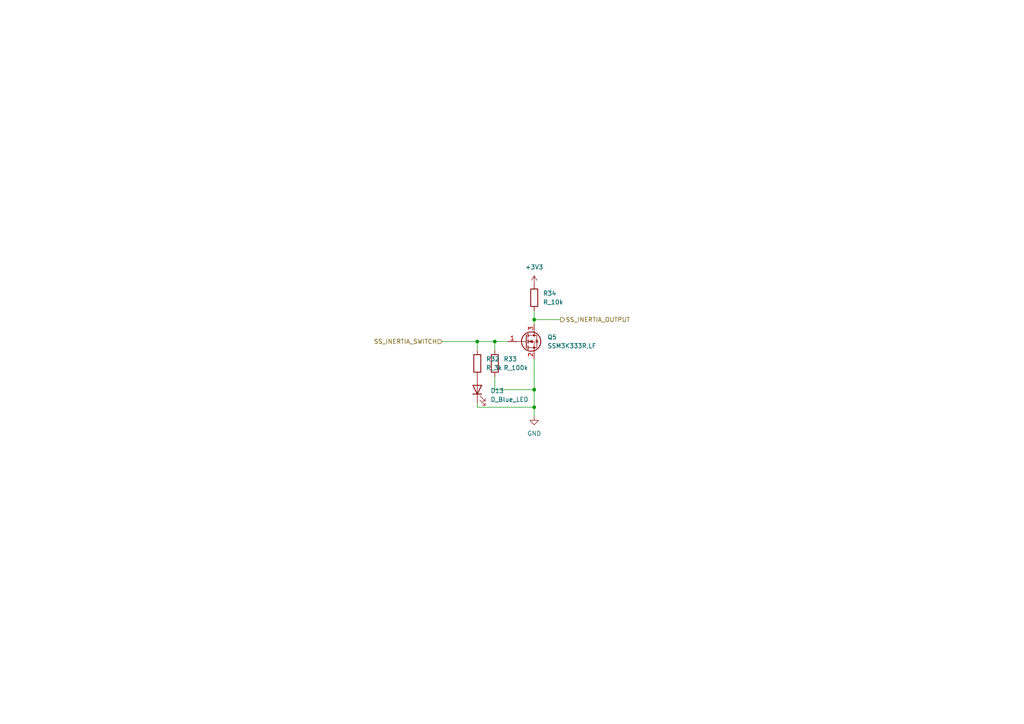
<source format=kicad_sch>
(kicad_sch (version 20250114) (generator "eeschema") (generator_version "9.0")
  (paper "A4")
  (lib_symbols
    (symbol "OEM:D_LED_Blue_0805" (pin_numbers (hide yes)) (pin_names (offset 1.016) (hide yes))
      (property "Reference" "D" (at 0 2.54 0))
      (property "Value" "D_Blue_LED" (at 0 -2.54 0))
      (symbol "D_LED_Blue_0805_0_1"
        (polyline (pts (xy -3.048 -0.762) (xy -4.572 -2.286) (xy -3.81 -2.286) (xy -4.572 -2.286) (xy -4.572 -1.524)))
        (polyline (pts (xy -1.778 -0.762) (xy -3.302 -2.286) (xy -2.54 -2.286) (xy -3.302 -2.286) (xy -3.302 -1.524)))
        (polyline (pts (xy -1.27 0) (xy 1.27 0)))
        (polyline (pts (xy -1.27 -1.27) (xy -1.27 1.27)) (stroke (width 0.254)))
        (polyline (pts (xy 1.27 -1.27) (xy 1.27 1.27) (xy -1.27 0) (xy 1.27 -1.27)) (stroke (width 0.254)))
      )
      (symbol "D_LED_Blue_0805_1_1"
        (pin passive line (at -3.81 0 0) (length 2.54) (name "K") (number "1"))
        (pin passive line (at 3.81 0 180) (length 2.54) (name "A") (number "2"))
      )
    )
    (symbol "OEM:Q_NMOS_30V_6A_SOT-23F" (pin_names (offset 0) (hide yes))
      (property "Reference" "Q" (at 5.08 1.905 0))
      (property "Value" "SSM3K333R,LF" (at 5.08 0 0))
      (symbol "Q_NMOS_30V_6A_SOT-23F_0_1"
        (polyline (pts (xy 0.254 1.905) (xy 0.254 -1.905)) (stroke (width 0.254)))
        (polyline (pts (xy 0.254 0) (xy -2.54 0)))
        (polyline (pts (xy 0.762 2.286) (xy 0.762 1.27)) (stroke (width 0.254)))
        (polyline (pts (xy 0.762 0.508) (xy 0.762 -0.508)) (stroke (width 0.254)))
        (polyline (pts (xy 0.762 -1.27) (xy 0.762 -2.286)) (stroke (width 0.254)))
        (polyline (pts (xy 0.762 -1.778) (xy 3.302 -1.778) (xy 3.302 1.778) (xy 0.762 1.778)))
        (polyline (pts (xy 1.016 0) (xy 2.032 0.381) (xy 2.032 -0.381) (xy 1.016 0)) (fill (type outline)))
        (circle (center 1.651 0) (radius 2.794) (stroke (width 0.254)))
        (polyline (pts (xy 2.54 2.54) (xy 2.54 1.778)))
        (circle (center 2.54 1.778) (radius 0.254) (fill (type outline)))
        (circle (center 2.54 -1.778) (radius 0.254) (fill (type outline)))
        (polyline (pts (xy 2.54 -2.54) (xy 2.54 0) (xy 0.762 0)))
        (polyline (pts (xy 2.921 0.381) (xy 3.683 0.381)))
        (polyline (pts (xy 3.302 0.381) (xy 2.921 -0.254) (xy 3.683 -0.254) (xy 3.302 0.381)))
      )
      (symbol "Q_NMOS_30V_6A_SOT-23F_1_1"
        (pin input line (at -5.08 0 0) (length 2.54) (name "G") (number "1"))
        (pin passive line (at 2.54 5.08 270) (length 2.54) (name "D") (number "3"))
        (pin passive line (at 2.54 -5.08 90) (length 2.54) (name "S") (number "2"))
      )
    )
    (symbol "OEM:R_100k_0.1W_0603" (pin_numbers (hide yes)) (pin_names (offset 0))
      (property "Reference" "R" (at 2.032 0 90))
      (property "Value" "R_100k" (at 0 0 90))
      (symbol "R_100k_0.1W_0603_0_1"
        (rectangle (start -1.016 -2.54) (end 1.016 2.54) (stroke (width 0.254)))
      )
      (symbol "R_100k_0.1W_0603_1_1"
        (pin passive line (at 0 3.81 270) (length 1.27) (name "~") (number "1"))
        (pin passive line (at 0 -3.81 90) (length 1.27) (name "~") (number "2"))
      )
    )
    (symbol "OEM:R_10k_0.1W_0603" (pin_numbers (hide yes)) (pin_names (offset 0))
      (property "Reference" "R" (at 2.032 0 90))
      (property "Value" "R_10k" (at 0 0 90))
      (symbol "R_10k_0.1W_0603_0_1"
        (rectangle (start -1.016 -2.54) (end 1.016 2.54) (stroke (width 0.254)))
      )
      (symbol "R_10k_0.1W_0603_1_1"
        (pin passive line (at 0 3.81 270) (length 1.27) (name "~") (number "1"))
        (pin passive line (at 0 -3.81 90) (length 1.27) (name "~") (number "2"))
      )
    )
    (symbol "OEM:R_3k_0.1W_0603" (pin_numbers (hide yes)) (pin_names (offset 0))
      (property "Reference" "R" (at 2.032 0 90))
      (property "Value" "R_3k" (at 0 0 90))
      (symbol "R_3k_0.1W_0603_0_1"
        (rectangle (start -1.016 -2.54) (end 1.016 2.54) (stroke (width 0.254)))
      )
      (symbol "R_3k_0.1W_0603_1_1"
        (pin passive line (at 0 3.81 270) (length 1.27) (name "~") (number "1"))
        (pin passive line (at 0 -3.81 90) (length 1.27) (name "~") (number "2"))
      )
    )
    (symbol "power:+3V3" (power) (pin_numbers (hide yes)) (pin_names (offset 0) (hide yes))
      (property "Value" "+3V3" (at 0 3.556 0))
      (symbol "+3V3_0_1"
        (polyline (pts (xy -0.762 1.27) (xy 0 2.54)))
        (polyline (pts (xy 0 2.54) (xy 0.762 1.27)))
        (polyline (pts (xy 0 0) (xy 0 2.54)))
      )
      (symbol "+3V3_1_1"
        (pin power_in line (at 0 0 90) (length 0) (name "~") (number "1"))
      )
    )
    (symbol "power:GND" (power) (pin_numbers (hide yes)) (pin_names (offset 0) (hide yes))
      (property "Value" "GND" (at 0 -3.81 0))
      (symbol "GND_0_1"
        (polyline (pts (xy 0 0) (xy 0 -1.27) (xy 1.27 -1.27) (xy 0 -2.54) (xy -1.27 -1.27) (xy 0 -1.27)))
      )
      (symbol "GND_1_1"
        (pin power_in line (at 0 0 270) (length 0) (name "~") (number "1"))
      )
    )
  )
  (junction (at 154.94 118.11))
  (junction (at 143.51 99.06))
  (junction (at 154.94 113.03))
  (junction (at 138.43 99.06))
  (junction (at 154.94 92.71))
  (wire (pts (xy 154.94 120.65) (xy 154.94 118.11)))
  (wire (pts (xy 128.27 99.06) (xy 138.43 99.06)))
  (wire (pts (xy 154.94 113.03) (xy 154.94 118.11)))
  (wire (pts (xy 138.43 118.11) (xy 154.94 118.11)))
  (wire (pts (xy 154.94 104.14) (xy 154.94 113.03)))
  (wire (pts (xy 143.51 113.03) (xy 154.94 113.03)))
  (wire (pts (xy 143.51 101.6) (xy 143.51 99.06)))
  (wire (pts (xy 138.43 99.06) (xy 143.51 99.06)))
  (wire (pts (xy 154.94 92.71) (xy 154.94 93.98)))
  (wire (pts (xy 138.43 116.84) (xy 138.43 118.11)))
  (wire (pts (xy 143.51 109.22) (xy 143.51 113.03)))
  (wire (pts (xy 138.43 101.6) (xy 138.43 99.06)))
  (wire (pts (xy 143.51 99.06) (xy 147.32 99.06)))
  (wire (pts (xy 154.94 90.17) (xy 154.94 92.71)))
  (wire (pts (xy 154.94 92.71) (xy 162.56 92.71)))
  (hierarchical_label "SS_INERTIA_SWITCH" (shape input) (at 128.27 99.06 180))
  (hierarchical_label "SS_INERTIA_OUTPUT" (shape output) (at 162.56 92.71 0))
  (symbol (lib_id "OEM:Q_NMOS_30V_6A_SOT-23F") (at 152.4 99.06 0) (unit 1)
    (property "Reference" "Q5" (at 158.75 97.7899 0) (effects (justify left)))
    (property "Value" "SSM3K333R,LF" (at 158.75 100.3299 0) (effects (justify left)))
    (property "Footprint" "OEM:SOT-23-3" (effects (hide yes)))
    (property "Datasheet" "https://www.mouser.com/datasheet/3/105/1/6D62190F2E76D58532DB25403AB4F650F25B6580F37A84A2AFAB7A89D257D933.pdf" (effects (hide yes)))
    (property "Description" "MOSFET N CH 30V 6A 2-3Z1A" (effects (hide yes)))
  )
  (symbol (lib_id "OEM:R_10k_0.1W_0603") (at 154.94 86.36 0) (unit 1)
    (property "Reference" "R34" (at 157.48 85.0899 0) (effects (justify left)))
    (property "Value" "R_10k" (at 157.48 87.6299 0) (effects (justify left)))
    (property "Footprint" "OEM:R_0603_1608Metric" (effects (hide yes)))
    (property "Datasheet" "https://www.mouser.com/datasheet/3/1099/1/SEI-RMCF_RMCP.pdf" (effects (hide yes)))
    (property "Description" "RES 10K OHM 1% 1/10W 0603" (effects (hide yes)))
    (property "MPN" "RMCF0603FT10K0" (effects (hide yes)))
  )
  (symbol (lib_id "OEM:R_100k_0.1W_0603") (at 143.51 105.41 0) (unit 1)
    (property "Reference" "R33" (at 146.05 104.1399 0) (effects (justify left)))
    (property "Value" "R_100k" (at 146.05 106.6799 0) (effects (justify left)))
    (property "Footprint" "OEM:R_0603_1608Metric" (effects (hide yes)))
    (property "Datasheet" "https://www.mouser.com/datasheet/3/1099/1/SEI-RMCF_RMCP.pdf" (effects (hide yes)))
    (property "Description" "RES 100K OHM 1% 1/10W 0603" (effects (hide yes)))
    (property "MPN" "RMCF0603FT100K" (effects (hide yes)))
  )
  (symbol (lib_id "OEM:R_3k_0.1W_0603") (at 138.43 105.41 0) (unit 1)
    (property "Reference" "R32" (at 140.97 104.1399 0) (effects (justify left)))
    (property "Value" "R_3k" (at 140.97 106.6799 0) (effects (justify left)))
    (property "Footprint" "OEM:R_0603_1608Metric" (effects (hide yes)))
    (property "Datasheet" "https://www.yageogroup.com/browse/products?search=pyu-yc_tc_group_51_rohs_l.pdf" (effects (hide yes)))
    (property "Description" "RES 3K OHM 1% 1/10W 0603" (effects (hide yes)))
    (property "MPN" "RC0603FR-103KL" (effects (hide yes)))
  )
  (symbol (lib_id "OEM:D_LED_Blue_0805") (at 138.43 113.03 90) (unit 1)
    (property "Reference" "D13" (at 142.24 113.3474 90) (effects (justify right)))
    (property "Value" "D_Blue_LED" (at 142.24 115.8874 90) (effects (justify right)))
    (property "Footprint" "OEM:D_0805_2012Metric" (effects (hide yes)))
    (property "Datasheet" "https://www.mouser.com/catalog/specsheets/Lite-On_LTST-C171TBKT.pdf" (effects (hide yes)))
    (property "Description" "LED BLUE CLEAR CHIP SMD" (effects (hide yes)))
    (property "Sim.Pins" "1=K 2=A" (effects (hide yes)))
    (property "MPN" "LTST-C171TBKT" (effects (hide yes)))
  )
  (symbol (lib_id "power:+3V3") (at 154.94 82.55 0) (unit 1)
    (property "Reference" "#PWR?" (effects (hide yes)))
    (property "Value" "+3V3" (at 154.94 77.47 0))
    (property "Description" "Power symbol creates a global label with name \"+3V3\"" (effects (hide yes)))
  )
  (symbol (lib_id "power:GND") (at 154.94 120.65 0) (unit 1)
    (property "Reference" "#PWR?" (effects (hide yes)))
    (property "Value" "GND" (at 154.94 125.73 0))
    (property "Description" "Power symbol creates a global label with name \"GND\" , ground" (effects (hide yes)))
  )
)
</source>
